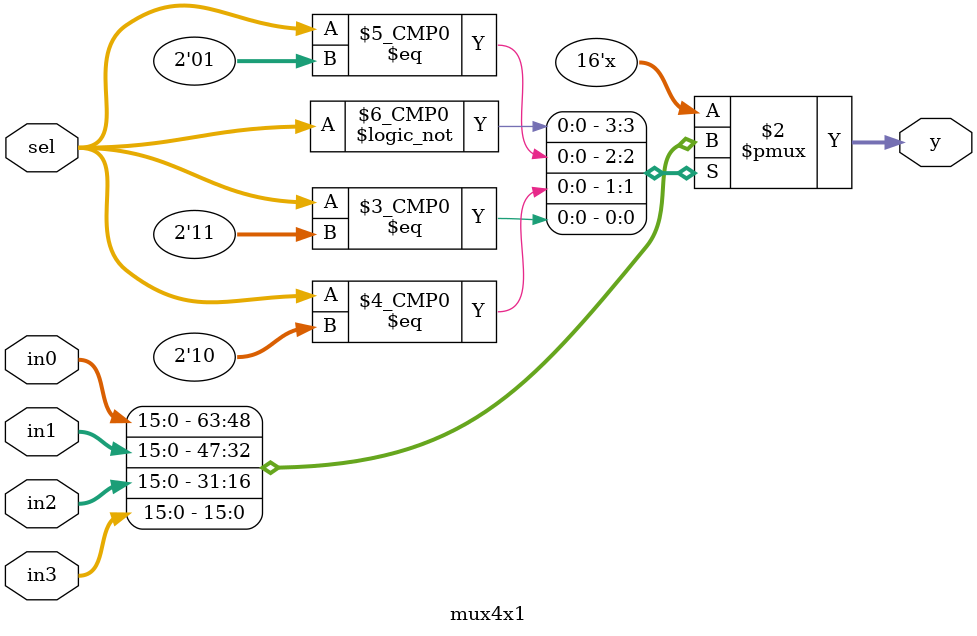
<source format=v>
module mux4x1 (in0,in1,in2,in3,sel,y);
	input [15:0] in0,in1,in2,in3;
	input [1:0] sel;
	output reg [15:0] y;
	always@(*) begin
		case(sel)
		2'b00: y = in0;
		2'b01: y = in1;
		2'b10: y = in2;
		2'b11: y = in3;
		endcase
	end
endmodule
</source>
